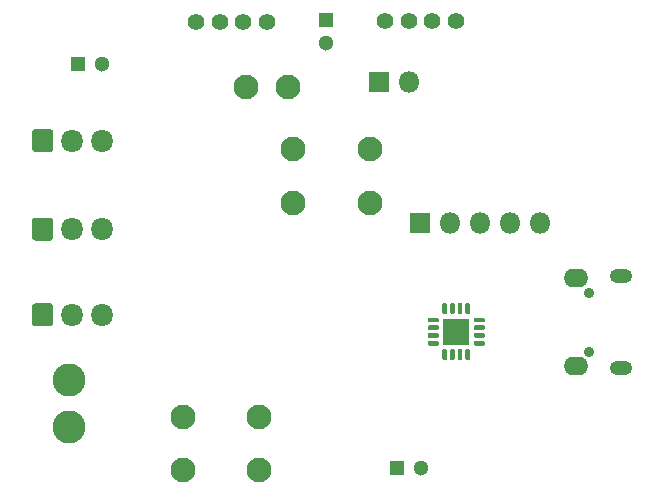
<source format=gbr>
%TF.GenerationSoftware,KiCad,Pcbnew,(5.1.6)-1*%
%TF.CreationDate,2021-06-25T13:52:16+02:00*%
%TF.ProjectId,sensor-v2-board,73656e73-6f72-42d7-9632-2d626f617264,rev?*%
%TF.SameCoordinates,Original*%
%TF.FileFunction,Soldermask,Bot*%
%TF.FilePolarity,Negative*%
%FSLAX46Y46*%
G04 Gerber Fmt 4.6, Leading zero omitted, Abs format (unit mm)*
G04 Created by KiCad (PCBNEW (5.1.6)-1) date 2021-06-25 13:52:16*
%MOMM*%
%LPD*%
G01*
G04 APERTURE LIST*
%ADD10R,2.200000X2.200000*%
%ADD11O,2.100000X1.550000*%
%ADD12O,1.900000X1.250000*%
%ADD13O,0.900000X0.900000*%
%ADD14C,2.800000*%
%ADD15O,1.800000X1.950000*%
%ADD16C,1.408000*%
%ADD17R,1.800000X1.800000*%
%ADD18O,1.800000X1.800000*%
%ADD19C,2.100000*%
%ADD20C,1.300000*%
%ADD21R,1.300000X1.300000*%
G04 APERTURE END LIST*
%TO.C,Ue*%
G36*
G01*
X149200000Y-125250000D02*
X149400000Y-125250000D01*
G75*
G02*
X149500000Y-125350000I0J-100000D01*
G01*
X149500000Y-126100000D01*
G75*
G02*
X149400000Y-126200000I-100000J0D01*
G01*
X149200000Y-126200000D01*
G75*
G02*
X149100000Y-126100000I0J100000D01*
G01*
X149100000Y-125350000D01*
G75*
G02*
X149200000Y-125250000I100000J0D01*
G01*
G37*
G36*
G01*
X149850000Y-125250000D02*
X150050000Y-125250000D01*
G75*
G02*
X150150000Y-125350000I0J-100000D01*
G01*
X150150000Y-126100000D01*
G75*
G02*
X150050000Y-126200000I-100000J0D01*
G01*
X149850000Y-126200000D01*
G75*
G02*
X149750000Y-126100000I0J100000D01*
G01*
X149750000Y-125350000D01*
G75*
G02*
X149850000Y-125250000I100000J0D01*
G01*
G37*
G36*
G01*
X150500000Y-125250000D02*
X150700000Y-125250000D01*
G75*
G02*
X150800000Y-125350000I0J-100000D01*
G01*
X150800000Y-126100000D01*
G75*
G02*
X150700000Y-126200000I-100000J0D01*
G01*
X150500000Y-126200000D01*
G75*
G02*
X150400000Y-126100000I0J100000D01*
G01*
X150400000Y-125350000D01*
G75*
G02*
X150500000Y-125250000I100000J0D01*
G01*
G37*
G36*
G01*
X151150000Y-125250000D02*
X151350000Y-125250000D01*
G75*
G02*
X151450000Y-125350000I0J-100000D01*
G01*
X151450000Y-126100000D01*
G75*
G02*
X151350000Y-126200000I-100000J0D01*
G01*
X151150000Y-126200000D01*
G75*
G02*
X151050000Y-126100000I0J100000D01*
G01*
X151050000Y-125350000D01*
G75*
G02*
X151150000Y-125250000I100000J0D01*
G01*
G37*
G36*
G01*
X151850000Y-126500000D02*
X152600000Y-126500000D01*
G75*
G02*
X152700000Y-126600000I0J-100000D01*
G01*
X152700000Y-126800000D01*
G75*
G02*
X152600000Y-126900000I-100000J0D01*
G01*
X151850000Y-126900000D01*
G75*
G02*
X151750000Y-126800000I0J100000D01*
G01*
X151750000Y-126600000D01*
G75*
G02*
X151850000Y-126500000I100000J0D01*
G01*
G37*
G36*
G01*
X151850000Y-127150000D02*
X152600000Y-127150000D01*
G75*
G02*
X152700000Y-127250000I0J-100000D01*
G01*
X152700000Y-127450000D01*
G75*
G02*
X152600000Y-127550000I-100000J0D01*
G01*
X151850000Y-127550000D01*
G75*
G02*
X151750000Y-127450000I0J100000D01*
G01*
X151750000Y-127250000D01*
G75*
G02*
X151850000Y-127150000I100000J0D01*
G01*
G37*
G36*
G01*
X151850000Y-127800000D02*
X152600000Y-127800000D01*
G75*
G02*
X152700000Y-127900000I0J-100000D01*
G01*
X152700000Y-128100000D01*
G75*
G02*
X152600000Y-128200000I-100000J0D01*
G01*
X151850000Y-128200000D01*
G75*
G02*
X151750000Y-128100000I0J100000D01*
G01*
X151750000Y-127900000D01*
G75*
G02*
X151850000Y-127800000I100000J0D01*
G01*
G37*
G36*
G01*
X151850000Y-128450000D02*
X152600000Y-128450000D01*
G75*
G02*
X152700000Y-128550000I0J-100000D01*
G01*
X152700000Y-128750000D01*
G75*
G02*
X152600000Y-128850000I-100000J0D01*
G01*
X151850000Y-128850000D01*
G75*
G02*
X151750000Y-128750000I0J100000D01*
G01*
X151750000Y-128550000D01*
G75*
G02*
X151850000Y-128450000I100000J0D01*
G01*
G37*
G36*
G01*
X151150000Y-129150000D02*
X151350000Y-129150000D01*
G75*
G02*
X151450000Y-129250000I0J-100000D01*
G01*
X151450000Y-130000000D01*
G75*
G02*
X151350000Y-130100000I-100000J0D01*
G01*
X151150000Y-130100000D01*
G75*
G02*
X151050000Y-130000000I0J100000D01*
G01*
X151050000Y-129250000D01*
G75*
G02*
X151150000Y-129150000I100000J0D01*
G01*
G37*
G36*
G01*
X150500000Y-129150000D02*
X150700000Y-129150000D01*
G75*
G02*
X150800000Y-129250000I0J-100000D01*
G01*
X150800000Y-130000000D01*
G75*
G02*
X150700000Y-130100000I-100000J0D01*
G01*
X150500000Y-130100000D01*
G75*
G02*
X150400000Y-130000000I0J100000D01*
G01*
X150400000Y-129250000D01*
G75*
G02*
X150500000Y-129150000I100000J0D01*
G01*
G37*
G36*
G01*
X149850000Y-129150000D02*
X150050000Y-129150000D01*
G75*
G02*
X150150000Y-129250000I0J-100000D01*
G01*
X150150000Y-130000000D01*
G75*
G02*
X150050000Y-130100000I-100000J0D01*
G01*
X149850000Y-130100000D01*
G75*
G02*
X149750000Y-130000000I0J100000D01*
G01*
X149750000Y-129250000D01*
G75*
G02*
X149850000Y-129150000I100000J0D01*
G01*
G37*
G36*
G01*
X149200000Y-129150000D02*
X149400000Y-129150000D01*
G75*
G02*
X149500000Y-129250000I0J-100000D01*
G01*
X149500000Y-130000000D01*
G75*
G02*
X149400000Y-130100000I-100000J0D01*
G01*
X149200000Y-130100000D01*
G75*
G02*
X149100000Y-130000000I0J100000D01*
G01*
X149100000Y-129250000D01*
G75*
G02*
X149200000Y-129150000I100000J0D01*
G01*
G37*
G36*
G01*
X147950000Y-128450000D02*
X148700000Y-128450000D01*
G75*
G02*
X148800000Y-128550000I0J-100000D01*
G01*
X148800000Y-128750000D01*
G75*
G02*
X148700000Y-128850000I-100000J0D01*
G01*
X147950000Y-128850000D01*
G75*
G02*
X147850000Y-128750000I0J100000D01*
G01*
X147850000Y-128550000D01*
G75*
G02*
X147950000Y-128450000I100000J0D01*
G01*
G37*
G36*
G01*
X147950000Y-127800000D02*
X148700000Y-127800000D01*
G75*
G02*
X148800000Y-127900000I0J-100000D01*
G01*
X148800000Y-128100000D01*
G75*
G02*
X148700000Y-128200000I-100000J0D01*
G01*
X147950000Y-128200000D01*
G75*
G02*
X147850000Y-128100000I0J100000D01*
G01*
X147850000Y-127900000D01*
G75*
G02*
X147950000Y-127800000I100000J0D01*
G01*
G37*
G36*
G01*
X147950000Y-127150000D02*
X148700000Y-127150000D01*
G75*
G02*
X148800000Y-127250000I0J-100000D01*
G01*
X148800000Y-127450000D01*
G75*
G02*
X148700000Y-127550000I-100000J0D01*
G01*
X147950000Y-127550000D01*
G75*
G02*
X147850000Y-127450000I0J100000D01*
G01*
X147850000Y-127250000D01*
G75*
G02*
X147950000Y-127150000I100000J0D01*
G01*
G37*
G36*
G01*
X147950000Y-126500000D02*
X148700000Y-126500000D01*
G75*
G02*
X148800000Y-126600000I0J-100000D01*
G01*
X148800000Y-126800000D01*
G75*
G02*
X148700000Y-126900000I-100000J0D01*
G01*
X147950000Y-126900000D01*
G75*
G02*
X147850000Y-126800000I0J100000D01*
G01*
X147850000Y-126600000D01*
G75*
G02*
X147950000Y-126500000I100000J0D01*
G01*
G37*
D10*
X150275000Y-127675000D03*
%TD*%
D11*
%TO.C,J8*%
X160425000Y-130600000D03*
X160425000Y-123150000D03*
D12*
X164225000Y-130750000D03*
X164225000Y-123000000D03*
D13*
X161475000Y-129375000D03*
X161475000Y-124375000D03*
%TD*%
D14*
%TO.C,J4*%
X117500000Y-131770000D03*
X117500000Y-135730000D03*
%TD*%
%TO.C,J1*%
G36*
G01*
X114350000Y-119710294D02*
X114350000Y-118289706D01*
G75*
G02*
X114614706Y-118025000I264706J0D01*
G01*
X115885294Y-118025000D01*
G75*
G02*
X116150000Y-118289706I0J-264706D01*
G01*
X116150000Y-119710294D01*
G75*
G02*
X115885294Y-119975000I-264706J0D01*
G01*
X114614706Y-119975000D01*
G75*
G02*
X114350000Y-119710294I0J264706D01*
G01*
G37*
D15*
X117750000Y-119000000D03*
X120250000Y-119000000D03*
%TD*%
%TO.C,J2*%
G36*
G01*
X114350000Y-112210294D02*
X114350000Y-110789706D01*
G75*
G02*
X114614706Y-110525000I264706J0D01*
G01*
X115885294Y-110525000D01*
G75*
G02*
X116150000Y-110789706I0J-264706D01*
G01*
X116150000Y-112210294D01*
G75*
G02*
X115885294Y-112475000I-264706J0D01*
G01*
X114614706Y-112475000D01*
G75*
G02*
X114350000Y-112210294I0J264706D01*
G01*
G37*
X117750000Y-111500000D03*
X120250000Y-111500000D03*
%TD*%
%TO.C,J3*%
X120250000Y-126250000D03*
X117750000Y-126250000D03*
G36*
G01*
X114350000Y-126960294D02*
X114350000Y-125539706D01*
G75*
G02*
X114614706Y-125275000I264706J0D01*
G01*
X115885294Y-125275000D01*
G75*
G02*
X116150000Y-125539706I0J-264706D01*
G01*
X116150000Y-126960294D01*
G75*
G02*
X115885294Y-127225000I-264706J0D01*
G01*
X114614706Y-127225000D01*
G75*
G02*
X114350000Y-126960294I0J264706D01*
G01*
G37*
%TD*%
D16*
%TO.C,J5*%
X128250000Y-101500000D03*
X130250000Y-101500000D03*
X132250000Y-101500000D03*
X134250000Y-101500000D03*
%TD*%
%TO.C,J6*%
X150250000Y-101400000D03*
X148250000Y-101400000D03*
X146250000Y-101400000D03*
X144250000Y-101400000D03*
%TD*%
D17*
%TO.C,SWD*%
X147170000Y-118500000D03*
D18*
X149710000Y-118500000D03*
X152250000Y-118500000D03*
X154790000Y-118500000D03*
X157330000Y-118500000D03*
%TD*%
D17*
%TO.C,120*%
X143750000Y-106500000D03*
D18*
X146290000Y-106500000D03*
%TD*%
D19*
%TO.C,RESET*%
X127100000Y-139375000D03*
X127100000Y-134875000D03*
X133600000Y-139375000D03*
X133600000Y-134875000D03*
%TD*%
%TO.C,BOOT*%
X142950000Y-112250000D03*
X142950000Y-116750000D03*
X136450000Y-112250000D03*
X136450000Y-116750000D03*
%TD*%
%TO.C,CANH*%
X132500000Y-107000000D03*
%TD*%
%TO.C,CANL*%
X136000000Y-107000000D03*
%TD*%
D20*
%TO.C,C2*%
X120250000Y-105000000D03*
D21*
X118250000Y-105000000D03*
%TD*%
%TO.C,C3*%
X139250000Y-101250000D03*
D20*
X139250000Y-103250000D03*
%TD*%
D21*
%TO.C,C5*%
X145250000Y-139250000D03*
D20*
X147250000Y-139250000D03*
%TD*%
M02*

</source>
